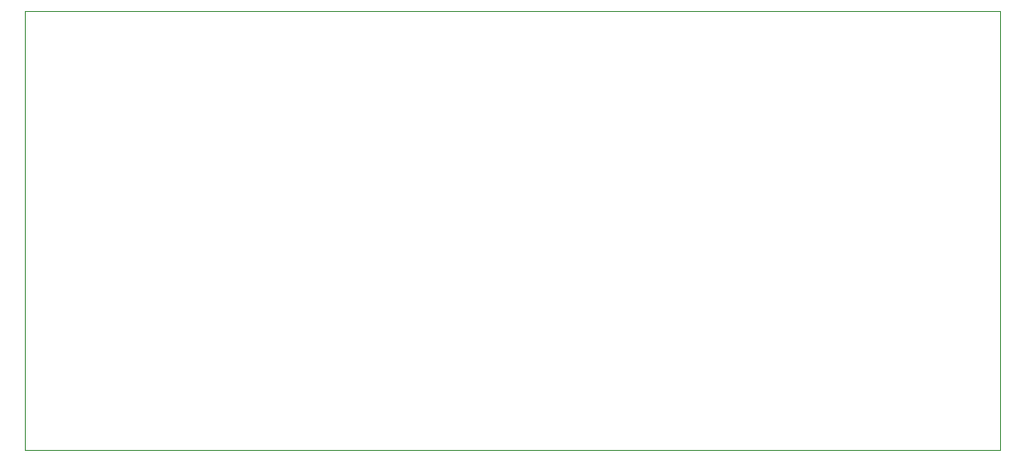
<source format=gbr>
G04 #@! TF.GenerationSoftware,KiCad,Pcbnew,5.1.5+dfsg1-2build2*
G04 #@! TF.CreationDate,2020-08-31T20:47:27+02:00*
G04 #@! TF.ProjectId,fubar,66756261-722e-46b6-9963-61645f706362,rev?*
G04 #@! TF.SameCoordinates,Original*
G04 #@! TF.FileFunction,Profile,NP*
%FSLAX46Y46*%
G04 Gerber Fmt 4.6, Leading zero omitted, Abs format (unit mm)*
G04 Created by KiCad (PCBNEW 5.1.5+dfsg1-2build2) date 2020-08-31 20:47:27*
%MOMM*%
%LPD*%
G04 APERTURE LIST*
%ADD10C,0.050000*%
G04 APERTURE END LIST*
D10*
X121412000Y-99695000D02*
X121412000Y-59309000D01*
X211074000Y-99695000D02*
X121412000Y-99695000D01*
X211074000Y-59309000D02*
X211074000Y-99695000D01*
X121412000Y-59309000D02*
X211074000Y-59309000D01*
M02*

</source>
